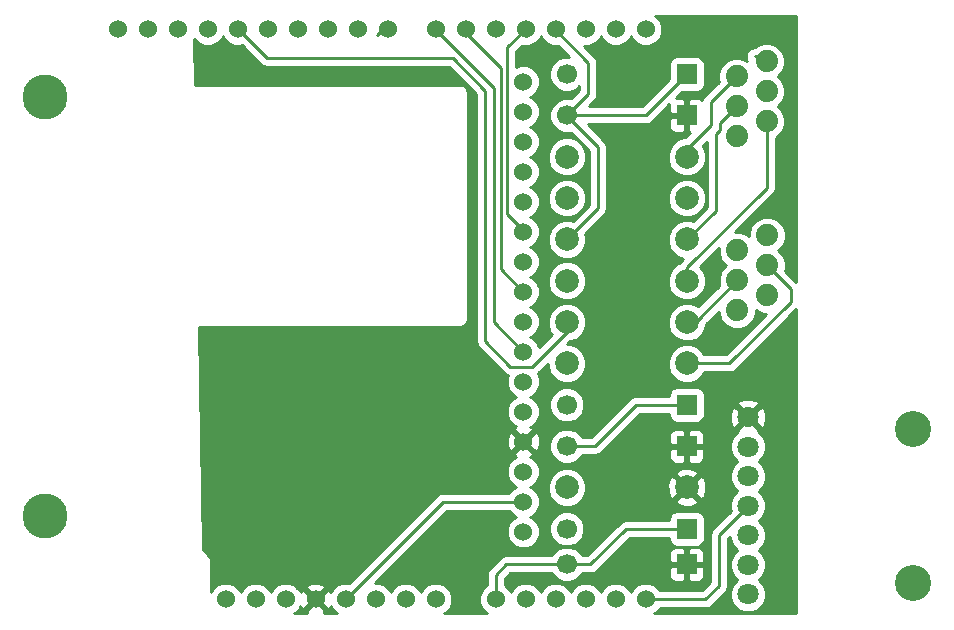
<source format=gbr>
G04 #@! TF.FileFunction,Copper,L1,Top,Signal*
%FSLAX46Y46*%
G04 Gerber Fmt 4.6, Leading zero omitted, Abs format (unit mm)*
G04 Created by KiCad (PCBNEW 4.0.2-stable) date Tuesday, December 06, 2016 'PMt' 03:41:46 PM*
%MOMM*%
G01*
G04 APERTURE LIST*
%ADD10C,0.100000*%
%ADD11C,1.699260*%
%ADD12R,1.699260X1.699260*%
%ADD13C,1.998980*%
%ADD14C,1.879600*%
%ADD15C,1.524000*%
%ADD16C,3.048000*%
%ADD17C,1.800000*%
%ADD18C,3.810000*%
%ADD19C,0.250000*%
%ADD20C,0.254000*%
G04 APERTURE END LIST*
D10*
D11*
X160839480Y-125502540D03*
D12*
X170999480Y-125502540D03*
D11*
X160839480Y-122502540D03*
D12*
X170999480Y-122502540D03*
D11*
X160839480Y-87502540D03*
D12*
X170999480Y-87502540D03*
D11*
X160839480Y-84002540D03*
D12*
X170999480Y-84002540D03*
D11*
X160839480Y-115502540D03*
D12*
X170999480Y-115502540D03*
D11*
X160839480Y-112002540D03*
D12*
X170999480Y-112002540D03*
D13*
X171000000Y-119000000D03*
X160840000Y-119000000D03*
X171000000Y-101500000D03*
X160840000Y-101500000D03*
X171000000Y-98000000D03*
X160840000Y-98000000D03*
X171000000Y-94500000D03*
X160840000Y-94500000D03*
X171000000Y-91000000D03*
X160840000Y-91000000D03*
X171000000Y-105000000D03*
X160840000Y-105000000D03*
X171000000Y-108500000D03*
X160840000Y-108500000D03*
D14*
X175260000Y-104013000D03*
X177800000Y-102743000D03*
X175260000Y-101473000D03*
X177800000Y-100203000D03*
X175260000Y-98933000D03*
X177800000Y-97663000D03*
D15*
X167501100Y-128463600D03*
X164961100Y-128463600D03*
X162421100Y-128463600D03*
X154801100Y-128463600D03*
X157341100Y-128463600D03*
X159881100Y-128463600D03*
X149721100Y-128463600D03*
X147181100Y-128463600D03*
X144641100Y-128463600D03*
X139561100Y-128463600D03*
X137021100Y-128463600D03*
X167501100Y-80203600D03*
X164961100Y-80203600D03*
X162421100Y-80203600D03*
X159881100Y-80203600D03*
X157341100Y-80203600D03*
X154801100Y-80203600D03*
X152261100Y-80203600D03*
X149721100Y-80203600D03*
X145657100Y-80203600D03*
X143117100Y-80203600D03*
X140577100Y-80203600D03*
X138037100Y-80203600D03*
X135497100Y-80203600D03*
X132957100Y-80203600D03*
X130417100Y-80203600D03*
X127877100Y-80203600D03*
X142101100Y-128463600D03*
X125337100Y-80203600D03*
X122797100Y-80203600D03*
X134481100Y-128463600D03*
X131941100Y-128463600D03*
D16*
X190184800Y-127048400D03*
D17*
X176184800Y-120548400D03*
X176184800Y-118048400D03*
X176184800Y-115548400D03*
X176184800Y-113048400D03*
X176184800Y-123048400D03*
X176184800Y-125548400D03*
X176184800Y-128048400D03*
D16*
X190184800Y-114048400D03*
D18*
X116674800Y-85932800D03*
D15*
X157149800Y-122732800D03*
X157149800Y-120192800D03*
X157149800Y-117652800D03*
X157149800Y-115112800D03*
X157149800Y-112572800D03*
X157149800Y-110032800D03*
X157149800Y-107492800D03*
X157149800Y-104952800D03*
X157149800Y-102412800D03*
X157149800Y-99872800D03*
X157149800Y-97332800D03*
X157149800Y-94792800D03*
X157149800Y-92252800D03*
X157149800Y-89712800D03*
X157149800Y-87172800D03*
X157149800Y-84632800D03*
D18*
X116674800Y-121432800D03*
D14*
X175209200Y-89281000D03*
X177749200Y-88011000D03*
X175209200Y-86741000D03*
X177749200Y-85471000D03*
X175209200Y-84201000D03*
X177749200Y-82931000D03*
D19*
X160840000Y-101500000D02*
X160840000Y-101505600D01*
X154801100Y-128463600D02*
X154801100Y-126427700D01*
X155726260Y-125502540D02*
X160839480Y-125502540D01*
X154801100Y-126427700D02*
X155726260Y-125502540D01*
X170999480Y-122502540D02*
X165838260Y-122502540D01*
X162838260Y-125502540D02*
X160839480Y-125502540D01*
X165838260Y-122502540D02*
X162838260Y-125502540D01*
X160839480Y-87502540D02*
X160839480Y-87535080D01*
X160839480Y-87535080D02*
X163474400Y-90170000D01*
X163474400Y-95365600D02*
X160840000Y-98000000D01*
X163474400Y-90170000D02*
X163474400Y-95365600D01*
X159881100Y-80203600D02*
X159881100Y-80277500D01*
X159881100Y-80277500D02*
X162661600Y-83058000D01*
X162661600Y-83058000D02*
X162661600Y-85680420D01*
X162661600Y-85680420D02*
X160839480Y-87502540D01*
X160839480Y-87502540D02*
X167499480Y-87502540D01*
X167499480Y-87502540D02*
X170999480Y-84002540D01*
X132957100Y-80203600D02*
X133035600Y-80203600D01*
X133035600Y-80203600D02*
X135483600Y-82651600D01*
X135483600Y-82651600D02*
X151180800Y-82651600D01*
X151180800Y-82651600D02*
X153924000Y-85394800D01*
X153924000Y-85394800D02*
X153924000Y-106629200D01*
X153924000Y-106629200D02*
X156057600Y-108762800D01*
X156057600Y-108762800D02*
X157886400Y-108762800D01*
X157886400Y-108762800D02*
X160840000Y-105809200D01*
X160840000Y-105809200D02*
X160840000Y-105000000D01*
X160839480Y-115502540D02*
X163186260Y-115502540D01*
X163186260Y-115502540D02*
X166686260Y-112002540D01*
X166686260Y-112002540D02*
X170999480Y-112002540D01*
X160840000Y-105860000D02*
X160840000Y-105000000D01*
X171000000Y-101500000D02*
X171000000Y-100373600D01*
X177749200Y-93624400D02*
X177749200Y-88011000D01*
X171000000Y-100373600D02*
X177749200Y-93624400D01*
X171000000Y-98000000D02*
X171000000Y-97986000D01*
X171000000Y-97986000D02*
X173431200Y-95554800D01*
X173431200Y-95554800D02*
X173431200Y-89103200D01*
X173431200Y-89103200D02*
X173837600Y-88696800D01*
X173837600Y-88696800D02*
X173837600Y-88112600D01*
X173837600Y-88112600D02*
X175209200Y-86741000D01*
X171000000Y-91000000D02*
X171000000Y-90315200D01*
X171000000Y-90315200D02*
X173024800Y-88290400D01*
X173024800Y-88290400D02*
X173024800Y-86385400D01*
X173024800Y-86385400D02*
X175209200Y-84201000D01*
X171000000Y-105000000D02*
X171733000Y-105000000D01*
X171733000Y-105000000D02*
X175260000Y-101473000D01*
X171000000Y-108500000D02*
X174608400Y-108500000D01*
X179832000Y-102235000D02*
X177800000Y-100203000D01*
X179832000Y-103276400D02*
X179832000Y-102235000D01*
X174608400Y-108500000D02*
X179832000Y-103276400D01*
X167501100Y-128463600D02*
X172577200Y-128463600D01*
X173736000Y-122997200D02*
X176184800Y-120548400D01*
X173736000Y-127304800D02*
X173736000Y-122997200D01*
X172577200Y-128463600D02*
X173736000Y-127304800D01*
X157149800Y-97332800D02*
X157149800Y-97205800D01*
X157149800Y-97205800D02*
X155803600Y-95859600D01*
X155803600Y-81741100D02*
X157341100Y-80203600D01*
X155803600Y-95859600D02*
X155803600Y-81741100D01*
X157149800Y-97332800D02*
X156768800Y-97332800D01*
X157480000Y-80695800D02*
X157480000Y-80772000D01*
X152261100Y-80203600D02*
X152261100Y-80480700D01*
X152261100Y-80480700D02*
X155244800Y-83464400D01*
X155244800Y-83464400D02*
X155244800Y-100507800D01*
X155244800Y-100507800D02*
X157149800Y-102412800D01*
X157149800Y-102412800D02*
X156413200Y-102412800D01*
X149721100Y-80203600D02*
X149721100Y-80226700D01*
X149721100Y-80226700D02*
X154635200Y-85140800D01*
X154635200Y-85140800D02*
X154635200Y-104978200D01*
X154635200Y-104978200D02*
X157149800Y-107492800D01*
X144780000Y-80695800D02*
X144780000Y-80670400D01*
X144780000Y-80670400D02*
X145846800Y-79603600D01*
X150371900Y-120192800D02*
X142101100Y-128463600D01*
X157149800Y-120192800D02*
X150371900Y-120192800D01*
X176733200Y-82473800D02*
X177317400Y-82473800D01*
D20*
G36*
X180263800Y-101591998D02*
X179320216Y-100648414D01*
X179374526Y-100517621D01*
X179375073Y-99891127D01*
X179135829Y-99312113D01*
X178757104Y-98932727D01*
X179134272Y-98556217D01*
X179374526Y-97977621D01*
X179375073Y-97351127D01*
X179135829Y-96772113D01*
X178693217Y-96328728D01*
X178114621Y-96088474D01*
X177488127Y-96087927D01*
X176909113Y-96327171D01*
X176465728Y-96769783D01*
X176225474Y-97348379D01*
X176225192Y-97670829D01*
X176153217Y-97598728D01*
X175574621Y-97358474D01*
X175090351Y-97358051D01*
X178286601Y-94161801D01*
X178451348Y-93915240D01*
X178509200Y-93624400D01*
X178509200Y-89400910D01*
X178640087Y-89346829D01*
X179083472Y-88904217D01*
X179323726Y-88325621D01*
X179324273Y-87699127D01*
X179085029Y-87120113D01*
X178706304Y-86740727D01*
X179083472Y-86364217D01*
X179323726Y-85785621D01*
X179324273Y-85159127D01*
X179085029Y-84580113D01*
X178706304Y-84200727D01*
X179083472Y-83824217D01*
X179323726Y-83245621D01*
X179324273Y-82619127D01*
X179085029Y-82040113D01*
X178642417Y-81596728D01*
X178063821Y-81356474D01*
X177437327Y-81355927D01*
X176858313Y-81595171D01*
X176739477Y-81713800D01*
X176733200Y-81713800D01*
X176442361Y-81771652D01*
X176195799Y-81936399D01*
X176031052Y-82182961D01*
X175973200Y-82473800D01*
X176031052Y-82764639D01*
X176098055Y-82864917D01*
X175523821Y-82626474D01*
X174897327Y-82625927D01*
X174318313Y-82865171D01*
X173874928Y-83307783D01*
X173634674Y-83886379D01*
X173634127Y-84512873D01*
X173689211Y-84646187D01*
X172487399Y-85847999D01*
X172322652Y-86094561D01*
X172300442Y-86206217D01*
X172208808Y-86114583D01*
X171975419Y-86017910D01*
X171285230Y-86017910D01*
X171126480Y-86176660D01*
X171126480Y-87375540D01*
X171146480Y-87375540D01*
X171146480Y-87629540D01*
X171126480Y-87629540D01*
X171126480Y-88828420D01*
X171269229Y-88971169D01*
X170874998Y-89365400D01*
X170676306Y-89365226D01*
X170075345Y-89613538D01*
X169615154Y-90072927D01*
X169365794Y-90673453D01*
X169365226Y-91323694D01*
X169613538Y-91924655D01*
X170072927Y-92384846D01*
X170673453Y-92634206D01*
X171323694Y-92634774D01*
X171924655Y-92386462D01*
X172384846Y-91927073D01*
X172634206Y-91326547D01*
X172634774Y-90676306D01*
X172386462Y-90075345D01*
X172350591Y-90039411D01*
X172671200Y-89718802D01*
X172671200Y-95239998D01*
X171481190Y-96430008D01*
X171326547Y-96365794D01*
X170676306Y-96365226D01*
X170075345Y-96613538D01*
X169615154Y-97072927D01*
X169365794Y-97673453D01*
X169365226Y-98323694D01*
X169613538Y-98924655D01*
X170072927Y-99384846D01*
X170667192Y-99631606D01*
X170462599Y-99836199D01*
X170354304Y-99998275D01*
X170075345Y-100113538D01*
X169615154Y-100572927D01*
X169365794Y-101173453D01*
X169365226Y-101823694D01*
X169613538Y-102424655D01*
X170072927Y-102884846D01*
X170673453Y-103134206D01*
X171323694Y-103134774D01*
X171924655Y-102886462D01*
X172384846Y-102427073D01*
X172634206Y-101826547D01*
X172634774Y-101176306D01*
X172386462Y-100575345D01*
X172129983Y-100318419D01*
X173685348Y-98763054D01*
X173684927Y-99244873D01*
X173924171Y-99823887D01*
X174302896Y-100203273D01*
X173925728Y-100579783D01*
X173685474Y-101158379D01*
X173684927Y-101784873D01*
X173740011Y-101918187D01*
X171985008Y-103673190D01*
X171927073Y-103615154D01*
X171326547Y-103365794D01*
X170676306Y-103365226D01*
X170075345Y-103613538D01*
X169615154Y-104072927D01*
X169365794Y-104673453D01*
X169365226Y-105323694D01*
X169613538Y-105924655D01*
X170072927Y-106384846D01*
X170673453Y-106634206D01*
X171323694Y-106634774D01*
X171924655Y-106386462D01*
X172384846Y-105927073D01*
X172634206Y-105326547D01*
X172634340Y-105173462D01*
X173685104Y-104122698D01*
X173684927Y-104324873D01*
X173924171Y-104903887D01*
X174366783Y-105347272D01*
X174945379Y-105587526D01*
X175571873Y-105588073D01*
X176150887Y-105348829D01*
X176594272Y-104906217D01*
X176834526Y-104327621D01*
X176834808Y-104005171D01*
X176906783Y-104077272D01*
X177485379Y-104317526D01*
X177715871Y-104317727D01*
X174293598Y-107740000D01*
X172454496Y-107740000D01*
X172386462Y-107575345D01*
X171927073Y-107115154D01*
X171326547Y-106865794D01*
X170676306Y-106865226D01*
X170075345Y-107113538D01*
X169615154Y-107572927D01*
X169365794Y-108173453D01*
X169365226Y-108823694D01*
X169613538Y-109424655D01*
X170072927Y-109884846D01*
X170673453Y-110134206D01*
X171323694Y-110134774D01*
X171924655Y-109886462D01*
X172384846Y-109427073D01*
X172454221Y-109260000D01*
X174608400Y-109260000D01*
X174899239Y-109202148D01*
X175145801Y-109037401D01*
X180263800Y-103919402D01*
X180263800Y-129667800D01*
X168244960Y-129667800D01*
X168291403Y-129648610D01*
X168684729Y-129255970D01*
X168698170Y-129223600D01*
X172577200Y-129223600D01*
X172868039Y-129165748D01*
X173114601Y-129001001D01*
X174273401Y-127842201D01*
X174438148Y-127595639D01*
X174496000Y-127304800D01*
X174496000Y-123312002D01*
X174649704Y-123158298D01*
X174649535Y-123352391D01*
X174882732Y-123916771D01*
X175263982Y-124298688D01*
X174884249Y-124677757D01*
X174650067Y-125241730D01*
X174649535Y-125852391D01*
X174882732Y-126416771D01*
X175263982Y-126798688D01*
X174884249Y-127177757D01*
X174650067Y-127741730D01*
X174649535Y-128352391D01*
X174882732Y-128916771D01*
X175314157Y-129348951D01*
X175878130Y-129583133D01*
X176488791Y-129583665D01*
X177053171Y-129350468D01*
X177485351Y-128919043D01*
X177719533Y-128355070D01*
X177720065Y-127744409D01*
X177486868Y-127180029D01*
X177105618Y-126798112D01*
X177485351Y-126419043D01*
X177719533Y-125855070D01*
X177720065Y-125244409D01*
X177486868Y-124680029D01*
X177105618Y-124298112D01*
X177485351Y-123919043D01*
X177719533Y-123355070D01*
X177720065Y-122744409D01*
X177486868Y-122180029D01*
X177105618Y-121798112D01*
X177485351Y-121419043D01*
X177719533Y-120855070D01*
X177720065Y-120244409D01*
X177486868Y-119680029D01*
X177105618Y-119298112D01*
X177485351Y-118919043D01*
X177719533Y-118355070D01*
X177720065Y-117744409D01*
X177486868Y-117180029D01*
X177105618Y-116798112D01*
X177485351Y-116419043D01*
X177719533Y-115855070D01*
X177720065Y-115244409D01*
X177486868Y-114680029D01*
X177055443Y-114247849D01*
X177046428Y-114244106D01*
X177085354Y-114128559D01*
X176184800Y-113228005D01*
X175284246Y-114128559D01*
X175323007Y-114243614D01*
X175316429Y-114246332D01*
X174884249Y-114677757D01*
X174650067Y-115241730D01*
X174649535Y-115852391D01*
X174882732Y-116416771D01*
X175263982Y-116798688D01*
X174884249Y-117177757D01*
X174650067Y-117741730D01*
X174649535Y-118352391D01*
X174882732Y-118916771D01*
X175263982Y-119298688D01*
X174884249Y-119677757D01*
X174650067Y-120241730D01*
X174649535Y-120852391D01*
X174695285Y-120963113D01*
X173198599Y-122459799D01*
X173033852Y-122706361D01*
X172976000Y-122997200D01*
X172976000Y-126989998D01*
X172262398Y-127703600D01*
X168698631Y-127703600D01*
X168686110Y-127673297D01*
X168293470Y-127279971D01*
X167780200Y-127066843D01*
X167224439Y-127066358D01*
X166710797Y-127278590D01*
X166317471Y-127671230D01*
X166231151Y-127879112D01*
X166146110Y-127673297D01*
X165753470Y-127279971D01*
X165240200Y-127066843D01*
X164684439Y-127066358D01*
X164170797Y-127278590D01*
X163777471Y-127671230D01*
X163691151Y-127879112D01*
X163606110Y-127673297D01*
X163213470Y-127279971D01*
X162700200Y-127066843D01*
X162144439Y-127066358D01*
X161630797Y-127278590D01*
X161237471Y-127671230D01*
X161151151Y-127879112D01*
X161066110Y-127673297D01*
X160673470Y-127279971D01*
X160160200Y-127066843D01*
X159604439Y-127066358D01*
X159090797Y-127278590D01*
X158697471Y-127671230D01*
X158611151Y-127879112D01*
X158526110Y-127673297D01*
X158133470Y-127279971D01*
X157620200Y-127066843D01*
X157064439Y-127066358D01*
X156550797Y-127278590D01*
X156157471Y-127671230D01*
X156071151Y-127879112D01*
X155986110Y-127673297D01*
X155593470Y-127279971D01*
X155561100Y-127266530D01*
X155561100Y-126742502D01*
X156041062Y-126262540D01*
X159547133Y-126262540D01*
X159580138Y-126342417D01*
X159997406Y-126760414D01*
X160542873Y-126986912D01*
X161133496Y-126987428D01*
X161679357Y-126761882D01*
X162097354Y-126344614D01*
X162131434Y-126262540D01*
X162838260Y-126262540D01*
X163129099Y-126204688D01*
X163375661Y-126039941D01*
X163627312Y-125788290D01*
X169514850Y-125788290D01*
X169514850Y-126478480D01*
X169611523Y-126711869D01*
X169790152Y-126890497D01*
X170023541Y-126987170D01*
X170713730Y-126987170D01*
X170872480Y-126828420D01*
X170872480Y-125629540D01*
X171126480Y-125629540D01*
X171126480Y-126828420D01*
X171285230Y-126987170D01*
X171975419Y-126987170D01*
X172208808Y-126890497D01*
X172387437Y-126711869D01*
X172484110Y-126478480D01*
X172484110Y-125788290D01*
X172325360Y-125629540D01*
X171126480Y-125629540D01*
X170872480Y-125629540D01*
X169673600Y-125629540D01*
X169514850Y-125788290D01*
X163627312Y-125788290D01*
X164889002Y-124526600D01*
X169514850Y-124526600D01*
X169514850Y-125216790D01*
X169673600Y-125375540D01*
X170872480Y-125375540D01*
X170872480Y-124176660D01*
X171126480Y-124176660D01*
X171126480Y-125375540D01*
X172325360Y-125375540D01*
X172484110Y-125216790D01*
X172484110Y-124526600D01*
X172387437Y-124293211D01*
X172208808Y-124114583D01*
X171975419Y-124017910D01*
X171285230Y-124017910D01*
X171126480Y-124176660D01*
X170872480Y-124176660D01*
X170713730Y-124017910D01*
X170023541Y-124017910D01*
X169790152Y-124114583D01*
X169611523Y-124293211D01*
X169514850Y-124526600D01*
X164889002Y-124526600D01*
X166153062Y-123262540D01*
X169502410Y-123262540D01*
X169502410Y-123352170D01*
X169546688Y-123587487D01*
X169685760Y-123803611D01*
X169897960Y-123948601D01*
X170149850Y-123999610D01*
X171849110Y-123999610D01*
X172084427Y-123955332D01*
X172300551Y-123816260D01*
X172445541Y-123604060D01*
X172496550Y-123352170D01*
X172496550Y-121652910D01*
X172452272Y-121417593D01*
X172313200Y-121201469D01*
X172101000Y-121056479D01*
X171849110Y-121005470D01*
X170149850Y-121005470D01*
X169914533Y-121049748D01*
X169698409Y-121188820D01*
X169553419Y-121401020D01*
X169502410Y-121652910D01*
X169502410Y-121742540D01*
X165838260Y-121742540D01*
X165547421Y-121800392D01*
X165300859Y-121965139D01*
X162523458Y-124742540D01*
X162131827Y-124742540D01*
X162098822Y-124662663D01*
X161681554Y-124244666D01*
X161136087Y-124018168D01*
X160545464Y-124017652D01*
X159999603Y-124243198D01*
X159581606Y-124660466D01*
X159547526Y-124742540D01*
X155726260Y-124742540D01*
X155435421Y-124800392D01*
X155188859Y-124965139D01*
X154263699Y-125890299D01*
X154098952Y-126136861D01*
X154041100Y-126427700D01*
X154041100Y-127266069D01*
X154010797Y-127278590D01*
X153617471Y-127671230D01*
X153404343Y-128184500D01*
X153403858Y-128740261D01*
X153616090Y-129253903D01*
X154008730Y-129647229D01*
X154058271Y-129667800D01*
X150464960Y-129667800D01*
X150511403Y-129648610D01*
X150904729Y-129255970D01*
X151117857Y-128742700D01*
X151118342Y-128186939D01*
X150906110Y-127673297D01*
X150513470Y-127279971D01*
X150000200Y-127066843D01*
X149444439Y-127066358D01*
X148930797Y-127278590D01*
X148537471Y-127671230D01*
X148451151Y-127879112D01*
X148366110Y-127673297D01*
X147973470Y-127279971D01*
X147460200Y-127066843D01*
X146904439Y-127066358D01*
X146390797Y-127278590D01*
X145997471Y-127671230D01*
X145911151Y-127879112D01*
X145826110Y-127673297D01*
X145433470Y-127279971D01*
X144920200Y-127066843D01*
X144572962Y-127066540D01*
X150686702Y-120952800D01*
X155952269Y-120952800D01*
X155964790Y-120983103D01*
X156357430Y-121376429D01*
X156565312Y-121462749D01*
X156359497Y-121547790D01*
X155966171Y-121940430D01*
X155753043Y-122453700D01*
X155752558Y-123009461D01*
X155964790Y-123523103D01*
X156357430Y-123916429D01*
X156870700Y-124129557D01*
X157426461Y-124130042D01*
X157940103Y-123917810D01*
X158333429Y-123525170D01*
X158546557Y-123011900D01*
X158546744Y-122796556D01*
X159354592Y-122796556D01*
X159580138Y-123342417D01*
X159997406Y-123760414D01*
X160542873Y-123986912D01*
X161133496Y-123987428D01*
X161679357Y-123761882D01*
X162097354Y-123344614D01*
X162323852Y-122799147D01*
X162324368Y-122208524D01*
X162098822Y-121662663D01*
X161681554Y-121244666D01*
X161136087Y-121018168D01*
X160545464Y-121017652D01*
X159999603Y-121243198D01*
X159581606Y-121660466D01*
X159355108Y-122205933D01*
X159354592Y-122796556D01*
X158546744Y-122796556D01*
X158547042Y-122456139D01*
X158334810Y-121942497D01*
X157942170Y-121549171D01*
X157734288Y-121462851D01*
X157940103Y-121377810D01*
X158333429Y-120985170D01*
X158546557Y-120471900D01*
X158547042Y-119916139D01*
X158334810Y-119402497D01*
X158256145Y-119323694D01*
X159205226Y-119323694D01*
X159453538Y-119924655D01*
X159912927Y-120384846D01*
X160513453Y-120634206D01*
X161163694Y-120634774D01*
X161764655Y-120386462D01*
X161999363Y-120152163D01*
X170027443Y-120152163D01*
X170126042Y-120418965D01*
X170735582Y-120645401D01*
X171385377Y-120621341D01*
X171873958Y-120418965D01*
X171972557Y-120152163D01*
X171000000Y-119179605D01*
X170027443Y-120152163D01*
X161999363Y-120152163D01*
X162224846Y-119927073D01*
X162474206Y-119326547D01*
X162474722Y-118735582D01*
X169354599Y-118735582D01*
X169378659Y-119385377D01*
X169581035Y-119873958D01*
X169847837Y-119972557D01*
X170820395Y-119000000D01*
X171179605Y-119000000D01*
X172152163Y-119972557D01*
X172418965Y-119873958D01*
X172645401Y-119264418D01*
X172621341Y-118614623D01*
X172418965Y-118126042D01*
X172152163Y-118027443D01*
X171179605Y-119000000D01*
X170820395Y-119000000D01*
X169847837Y-118027443D01*
X169581035Y-118126042D01*
X169354599Y-118735582D01*
X162474722Y-118735582D01*
X162474774Y-118676306D01*
X162226462Y-118075345D01*
X161999351Y-117847837D01*
X170027443Y-117847837D01*
X171000000Y-118820395D01*
X171972557Y-117847837D01*
X171873958Y-117581035D01*
X171264418Y-117354599D01*
X170614623Y-117378659D01*
X170126042Y-117581035D01*
X170027443Y-117847837D01*
X161999351Y-117847837D01*
X161767073Y-117615154D01*
X161166547Y-117365794D01*
X160516306Y-117365226D01*
X159915345Y-117613538D01*
X159455154Y-118072927D01*
X159205794Y-118673453D01*
X159205226Y-119323694D01*
X158256145Y-119323694D01*
X157942170Y-119009171D01*
X157734288Y-118922851D01*
X157940103Y-118837810D01*
X158333429Y-118445170D01*
X158546557Y-117931900D01*
X158547042Y-117376139D01*
X158334810Y-116862497D01*
X157942170Y-116469171D01*
X157750073Y-116389405D01*
X157880943Y-116335197D01*
X157950408Y-116093013D01*
X157149800Y-115292405D01*
X156349192Y-116093013D01*
X156418657Y-116335197D01*
X156559118Y-116385309D01*
X156359497Y-116467790D01*
X155966171Y-116860430D01*
X155753043Y-117373700D01*
X155752558Y-117929461D01*
X155964790Y-118443103D01*
X156357430Y-118836429D01*
X156565312Y-118922749D01*
X156359497Y-119007790D01*
X155966171Y-119400430D01*
X155952730Y-119432800D01*
X150371900Y-119432800D01*
X150081061Y-119490652D01*
X149834499Y-119655399D01*
X142410481Y-127079417D01*
X142380200Y-127066843D01*
X141824439Y-127066358D01*
X141310797Y-127278590D01*
X140917471Y-127671230D01*
X140837705Y-127863327D01*
X140783497Y-127732457D01*
X140541313Y-127662992D01*
X139740705Y-128463600D01*
X140541313Y-129264208D01*
X140783497Y-129194743D01*
X140833609Y-129054282D01*
X140916090Y-129253903D01*
X141308730Y-129647229D01*
X141358271Y-129667800D01*
X140297462Y-129667800D01*
X140361708Y-129443813D01*
X139561100Y-128643205D01*
X138760492Y-129443813D01*
X138824738Y-129667800D01*
X137764960Y-129667800D01*
X137811403Y-129648610D01*
X138204729Y-129255970D01*
X138284495Y-129063873D01*
X138338703Y-129194743D01*
X138580887Y-129264208D01*
X139381495Y-128463600D01*
X138580887Y-127662992D01*
X138338703Y-127732457D01*
X138288591Y-127872918D01*
X138206110Y-127673297D01*
X138016532Y-127483387D01*
X138760492Y-127483387D01*
X139561100Y-128283995D01*
X140361708Y-127483387D01*
X140292243Y-127241203D01*
X139768798Y-127054456D01*
X139213732Y-127082238D01*
X138829957Y-127241203D01*
X138760492Y-127483387D01*
X138016532Y-127483387D01*
X137813470Y-127279971D01*
X137300200Y-127066843D01*
X136744439Y-127066358D01*
X136230797Y-127278590D01*
X135837471Y-127671230D01*
X135751151Y-127879112D01*
X135666110Y-127673297D01*
X135273470Y-127279971D01*
X134760200Y-127066843D01*
X134204439Y-127066358D01*
X133690797Y-127278590D01*
X133297471Y-127671230D01*
X133211151Y-127879112D01*
X133126110Y-127673297D01*
X132733470Y-127279971D01*
X132220200Y-127066843D01*
X131664439Y-127066358D01*
X131150797Y-127278590D01*
X130757471Y-127671230D01*
X130682200Y-127852503D01*
X130682200Y-125171200D01*
X130630057Y-124909062D01*
X130481568Y-124686832D01*
X130035527Y-124240791D01*
X129877767Y-114905102D01*
X155740656Y-114905102D01*
X155768438Y-115460168D01*
X155927403Y-115843943D01*
X156169587Y-115913408D01*
X156970195Y-115112800D01*
X157329405Y-115112800D01*
X158130013Y-115913408D01*
X158372197Y-115843943D01*
X158389103Y-115796556D01*
X159354592Y-115796556D01*
X159580138Y-116342417D01*
X159997406Y-116760414D01*
X160542873Y-116986912D01*
X161133496Y-116987428D01*
X161679357Y-116761882D01*
X162097354Y-116344614D01*
X162131434Y-116262540D01*
X163186260Y-116262540D01*
X163477099Y-116204688D01*
X163723661Y-116039941D01*
X163975312Y-115788290D01*
X169514850Y-115788290D01*
X169514850Y-116478480D01*
X169611523Y-116711869D01*
X169790152Y-116890497D01*
X170023541Y-116987170D01*
X170713730Y-116987170D01*
X170872480Y-116828420D01*
X170872480Y-115629540D01*
X171126480Y-115629540D01*
X171126480Y-116828420D01*
X171285230Y-116987170D01*
X171975419Y-116987170D01*
X172208808Y-116890497D01*
X172387437Y-116711869D01*
X172484110Y-116478480D01*
X172484110Y-115788290D01*
X172325360Y-115629540D01*
X171126480Y-115629540D01*
X170872480Y-115629540D01*
X169673600Y-115629540D01*
X169514850Y-115788290D01*
X163975312Y-115788290D01*
X165237002Y-114526600D01*
X169514850Y-114526600D01*
X169514850Y-115216790D01*
X169673600Y-115375540D01*
X170872480Y-115375540D01*
X170872480Y-114176660D01*
X171126480Y-114176660D01*
X171126480Y-115375540D01*
X172325360Y-115375540D01*
X172484110Y-115216790D01*
X172484110Y-114526600D01*
X172387437Y-114293211D01*
X172208808Y-114114583D01*
X171975419Y-114017910D01*
X171285230Y-114017910D01*
X171126480Y-114176660D01*
X170872480Y-114176660D01*
X170713730Y-114017910D01*
X170023541Y-114017910D01*
X169790152Y-114114583D01*
X169611523Y-114293211D01*
X169514850Y-114526600D01*
X165237002Y-114526600D01*
X167001062Y-112762540D01*
X169502410Y-112762540D01*
X169502410Y-112852170D01*
X169546688Y-113087487D01*
X169685760Y-113303611D01*
X169897960Y-113448601D01*
X170149850Y-113499610D01*
X171849110Y-113499610D01*
X172084427Y-113455332D01*
X172300551Y-113316260D01*
X172445541Y-113104060D01*
X172496550Y-112852170D01*
X172496550Y-112807736D01*
X174638342Y-112807736D01*
X174663961Y-113417860D01*
X174848157Y-113862548D01*
X175104641Y-113948954D01*
X176005195Y-113048400D01*
X176364405Y-113048400D01*
X177264959Y-113948954D01*
X177521443Y-113862548D01*
X177731258Y-113289064D01*
X177705639Y-112678940D01*
X177521443Y-112234252D01*
X177264959Y-112147846D01*
X176364405Y-113048400D01*
X176005195Y-113048400D01*
X175104641Y-112147846D01*
X174848157Y-112234252D01*
X174638342Y-112807736D01*
X172496550Y-112807736D01*
X172496550Y-111968241D01*
X175284246Y-111968241D01*
X176184800Y-112868795D01*
X177085354Y-111968241D01*
X176998948Y-111711757D01*
X176425464Y-111501942D01*
X175815340Y-111527561D01*
X175370652Y-111711757D01*
X175284246Y-111968241D01*
X172496550Y-111968241D01*
X172496550Y-111152910D01*
X172452272Y-110917593D01*
X172313200Y-110701469D01*
X172101000Y-110556479D01*
X171849110Y-110505470D01*
X170149850Y-110505470D01*
X169914533Y-110549748D01*
X169698409Y-110688820D01*
X169553419Y-110901020D01*
X169502410Y-111152910D01*
X169502410Y-111242540D01*
X166686260Y-111242540D01*
X166443674Y-111290794D01*
X166395420Y-111300392D01*
X166148859Y-111465139D01*
X162871458Y-114742540D01*
X162131827Y-114742540D01*
X162098822Y-114662663D01*
X161681554Y-114244666D01*
X161136087Y-114018168D01*
X160545464Y-114017652D01*
X159999603Y-114243198D01*
X159581606Y-114660466D01*
X159355108Y-115205933D01*
X159354592Y-115796556D01*
X158389103Y-115796556D01*
X158558944Y-115320498D01*
X158531162Y-114765432D01*
X158372197Y-114381657D01*
X158130013Y-114312192D01*
X157329405Y-115112800D01*
X156970195Y-115112800D01*
X156169587Y-114312192D01*
X155927403Y-114381657D01*
X155740656Y-114905102D01*
X129877767Y-114905102D01*
X129716870Y-105383800D01*
X151790400Y-105383800D01*
X152052538Y-105331657D01*
X152274768Y-105183168D01*
X152423257Y-104960938D01*
X152475400Y-104698800D01*
X152475400Y-85598000D01*
X152423257Y-85335862D01*
X152274768Y-85113632D01*
X152052538Y-84965143D01*
X151790400Y-84913000D01*
X129370942Y-84913000D01*
X129305965Y-81067907D01*
X129624730Y-81387229D01*
X130138000Y-81600357D01*
X130693761Y-81600842D01*
X131207403Y-81388610D01*
X131600729Y-80995970D01*
X131687049Y-80788088D01*
X131772090Y-80993903D01*
X132164730Y-81387229D01*
X132678000Y-81600357D01*
X133233761Y-81600842D01*
X133321703Y-81564505D01*
X134946199Y-83189001D01*
X135192761Y-83353748D01*
X135483600Y-83411600D01*
X150865998Y-83411600D01*
X153164000Y-85709602D01*
X153164000Y-106629200D01*
X153221852Y-106920039D01*
X153386599Y-107166601D01*
X155520199Y-109300201D01*
X155766761Y-109464948D01*
X155864842Y-109484458D01*
X155753043Y-109753700D01*
X155752558Y-110309461D01*
X155964790Y-110823103D01*
X156357430Y-111216429D01*
X156565312Y-111302749D01*
X156359497Y-111387790D01*
X155966171Y-111780430D01*
X155753043Y-112293700D01*
X155752558Y-112849461D01*
X155964790Y-113363103D01*
X156357430Y-113756429D01*
X156549527Y-113836195D01*
X156418657Y-113890403D01*
X156349192Y-114132587D01*
X157149800Y-114933195D01*
X157950408Y-114132587D01*
X157880943Y-113890403D01*
X157740482Y-113840291D01*
X157940103Y-113757810D01*
X158333429Y-113365170D01*
X158546557Y-112851900D01*
X158547041Y-112296556D01*
X159354592Y-112296556D01*
X159580138Y-112842417D01*
X159997406Y-113260414D01*
X160542873Y-113486912D01*
X161133496Y-113487428D01*
X161679357Y-113261882D01*
X162097354Y-112844614D01*
X162323852Y-112299147D01*
X162324368Y-111708524D01*
X162098822Y-111162663D01*
X161681554Y-110744666D01*
X161136087Y-110518168D01*
X160545464Y-110517652D01*
X159999603Y-110743198D01*
X159581606Y-111160466D01*
X159355108Y-111705933D01*
X159354592Y-112296556D01*
X158547041Y-112296556D01*
X158547042Y-112296139D01*
X158334810Y-111782497D01*
X157942170Y-111389171D01*
X157734288Y-111302851D01*
X157940103Y-111217810D01*
X158333429Y-110825170D01*
X158546557Y-110311900D01*
X158547042Y-109756139D01*
X158372748Y-109334314D01*
X158423801Y-109300201D01*
X159205493Y-108518509D01*
X159205226Y-108823694D01*
X159453538Y-109424655D01*
X159912927Y-109884846D01*
X160513453Y-110134206D01*
X161163694Y-110134774D01*
X161764655Y-109886462D01*
X162224846Y-109427073D01*
X162474206Y-108826547D01*
X162474774Y-108176306D01*
X162226462Y-107575345D01*
X161767073Y-107115154D01*
X161166547Y-106865794D01*
X160858477Y-106865525D01*
X161089293Y-106634709D01*
X161163694Y-106634774D01*
X161764655Y-106386462D01*
X162224846Y-105927073D01*
X162474206Y-105326547D01*
X162474774Y-104676306D01*
X162226462Y-104075345D01*
X161767073Y-103615154D01*
X161166547Y-103365794D01*
X160516306Y-103365226D01*
X159915345Y-103613538D01*
X159455154Y-104072927D01*
X159205794Y-104673453D01*
X159205226Y-105323694D01*
X159453538Y-105924655D01*
X159551555Y-106022843D01*
X158491845Y-107082553D01*
X158334810Y-106702497D01*
X157942170Y-106309171D01*
X157734288Y-106222851D01*
X157940103Y-106137810D01*
X158333429Y-105745170D01*
X158546557Y-105231900D01*
X158547042Y-104676139D01*
X158334810Y-104162497D01*
X157942170Y-103769171D01*
X157734288Y-103682851D01*
X157940103Y-103597810D01*
X158333429Y-103205170D01*
X158546557Y-102691900D01*
X158547042Y-102136139D01*
X158417943Y-101823694D01*
X159205226Y-101823694D01*
X159453538Y-102424655D01*
X159912927Y-102884846D01*
X160513453Y-103134206D01*
X161163694Y-103134774D01*
X161764655Y-102886462D01*
X162224846Y-102427073D01*
X162474206Y-101826547D01*
X162474774Y-101176306D01*
X162226462Y-100575345D01*
X161767073Y-100115154D01*
X161166547Y-99865794D01*
X160516306Y-99865226D01*
X159915345Y-100113538D01*
X159455154Y-100572927D01*
X159205794Y-101173453D01*
X159205226Y-101823694D01*
X158417943Y-101823694D01*
X158334810Y-101622497D01*
X157942170Y-101229171D01*
X157734288Y-101142851D01*
X157940103Y-101057810D01*
X158333429Y-100665170D01*
X158546557Y-100151900D01*
X158547042Y-99596139D01*
X158334810Y-99082497D01*
X157942170Y-98689171D01*
X157734288Y-98602851D01*
X157940103Y-98517810D01*
X158333429Y-98125170D01*
X158546557Y-97611900D01*
X158547042Y-97056139D01*
X158334810Y-96542497D01*
X157942170Y-96149171D01*
X157734288Y-96062851D01*
X157940103Y-95977810D01*
X158333429Y-95585170D01*
X158546557Y-95071900D01*
X158546773Y-94823694D01*
X159205226Y-94823694D01*
X159453538Y-95424655D01*
X159912927Y-95884846D01*
X160513453Y-96134206D01*
X161163694Y-96134774D01*
X161764655Y-95886462D01*
X162224846Y-95427073D01*
X162474206Y-94826547D01*
X162474774Y-94176306D01*
X162226462Y-93575345D01*
X161767073Y-93115154D01*
X161166547Y-92865794D01*
X160516306Y-92865226D01*
X159915345Y-93113538D01*
X159455154Y-93572927D01*
X159205794Y-94173453D01*
X159205226Y-94823694D01*
X158546773Y-94823694D01*
X158547042Y-94516139D01*
X158334810Y-94002497D01*
X157942170Y-93609171D01*
X157734288Y-93522851D01*
X157940103Y-93437810D01*
X158333429Y-93045170D01*
X158546557Y-92531900D01*
X158547042Y-91976139D01*
X158334810Y-91462497D01*
X158196250Y-91323694D01*
X159205226Y-91323694D01*
X159453538Y-91924655D01*
X159912927Y-92384846D01*
X160513453Y-92634206D01*
X161163694Y-92634774D01*
X161764655Y-92386462D01*
X162224846Y-91927073D01*
X162474206Y-91326547D01*
X162474774Y-90676306D01*
X162226462Y-90075345D01*
X161767073Y-89615154D01*
X161166547Y-89365794D01*
X160516306Y-89365226D01*
X159915345Y-89613538D01*
X159455154Y-90072927D01*
X159205794Y-90673453D01*
X159205226Y-91323694D01*
X158196250Y-91323694D01*
X157942170Y-91069171D01*
X157734288Y-90982851D01*
X157940103Y-90897810D01*
X158333429Y-90505170D01*
X158546557Y-89991900D01*
X158547042Y-89436139D01*
X158334810Y-88922497D01*
X157942170Y-88529171D01*
X157734288Y-88442851D01*
X157940103Y-88357810D01*
X158333429Y-87965170D01*
X158546557Y-87451900D01*
X158547042Y-86896139D01*
X158334810Y-86382497D01*
X157942170Y-85989171D01*
X157734288Y-85902851D01*
X157940103Y-85817810D01*
X158333429Y-85425170D01*
X158546557Y-84911900D01*
X158547042Y-84356139D01*
X158334810Y-83842497D01*
X157942170Y-83449171D01*
X157428900Y-83236043D01*
X156873139Y-83235558D01*
X156563600Y-83363457D01*
X156563600Y-82055902D01*
X157031719Y-81587783D01*
X157062000Y-81600357D01*
X157617761Y-81600842D01*
X158131403Y-81388610D01*
X158524729Y-80995970D01*
X158611049Y-80788088D01*
X158696090Y-80993903D01*
X159088730Y-81387229D01*
X159602000Y-81600357D01*
X160129615Y-81600817D01*
X161046888Y-82518090D01*
X160545464Y-82517652D01*
X159999603Y-82743198D01*
X159581606Y-83160466D01*
X159355108Y-83705933D01*
X159354592Y-84296556D01*
X159580138Y-84842417D01*
X159997406Y-85260414D01*
X160542873Y-85486912D01*
X161133496Y-85487428D01*
X161679357Y-85261882D01*
X161901600Y-85040027D01*
X161901600Y-85365618D01*
X161215906Y-86051312D01*
X161136087Y-86018168D01*
X160545464Y-86017652D01*
X159999603Y-86243198D01*
X159581606Y-86660466D01*
X159355108Y-87205933D01*
X159354592Y-87796556D01*
X159580138Y-88342417D01*
X159997406Y-88760414D01*
X160542873Y-88986912D01*
X161133496Y-88987428D01*
X161192603Y-88963005D01*
X162714400Y-90484802D01*
X162714400Y-95050798D01*
X161331083Y-96434115D01*
X161166547Y-96365794D01*
X160516306Y-96365226D01*
X159915345Y-96613538D01*
X159455154Y-97072927D01*
X159205794Y-97673453D01*
X159205226Y-98323694D01*
X159453538Y-98924655D01*
X159912927Y-99384846D01*
X160513453Y-99634206D01*
X161163694Y-99634774D01*
X161764655Y-99386462D01*
X162224846Y-98927073D01*
X162474206Y-98326547D01*
X162474774Y-97676306D01*
X162405691Y-97509111D01*
X164011801Y-95903001D01*
X164176548Y-95656440D01*
X164234400Y-95365600D01*
X164234400Y-94823694D01*
X169365226Y-94823694D01*
X169613538Y-95424655D01*
X170072927Y-95884846D01*
X170673453Y-96134206D01*
X171323694Y-96134774D01*
X171924655Y-95886462D01*
X172384846Y-95427073D01*
X172634206Y-94826547D01*
X172634774Y-94176306D01*
X172386462Y-93575345D01*
X171927073Y-93115154D01*
X171326547Y-92865794D01*
X170676306Y-92865226D01*
X170075345Y-93113538D01*
X169615154Y-93572927D01*
X169365794Y-94173453D01*
X169365226Y-94823694D01*
X164234400Y-94823694D01*
X164234400Y-90170000D01*
X164176548Y-89879161D01*
X164011801Y-89632599D01*
X162641742Y-88262540D01*
X167499480Y-88262540D01*
X167790319Y-88204688D01*
X168036881Y-88039941D01*
X168288532Y-87788290D01*
X169514850Y-87788290D01*
X169514850Y-88478480D01*
X169611523Y-88711869D01*
X169790152Y-88890497D01*
X170023541Y-88987170D01*
X170713730Y-88987170D01*
X170872480Y-88828420D01*
X170872480Y-87629540D01*
X169673600Y-87629540D01*
X169514850Y-87788290D01*
X168288532Y-87788290D01*
X169514850Y-86561972D01*
X169514850Y-87216790D01*
X169673600Y-87375540D01*
X170872480Y-87375540D01*
X170872480Y-86176660D01*
X170713730Y-86017910D01*
X170058912Y-86017910D01*
X170577212Y-85499610D01*
X171849110Y-85499610D01*
X172084427Y-85455332D01*
X172300551Y-85316260D01*
X172445541Y-85104060D01*
X172496550Y-84852170D01*
X172496550Y-83152910D01*
X172452272Y-82917593D01*
X172313200Y-82701469D01*
X172101000Y-82556479D01*
X171849110Y-82505470D01*
X170149850Y-82505470D01*
X169914533Y-82549748D01*
X169698409Y-82688820D01*
X169553419Y-82901020D01*
X169502410Y-83152910D01*
X169502410Y-84424808D01*
X167184678Y-86742540D01*
X162674282Y-86742540D01*
X163199001Y-86217821D01*
X163363748Y-85971259D01*
X163421600Y-85680420D01*
X163421600Y-83058000D01*
X163363748Y-82767161D01*
X163199001Y-82520599D01*
X162278878Y-81600476D01*
X162697761Y-81600842D01*
X163211403Y-81388610D01*
X163604729Y-80995970D01*
X163691049Y-80788088D01*
X163776090Y-80993903D01*
X164168730Y-81387229D01*
X164682000Y-81600357D01*
X165237761Y-81600842D01*
X165751403Y-81388610D01*
X166144729Y-80995970D01*
X166231049Y-80788088D01*
X166316090Y-80993903D01*
X166708730Y-81387229D01*
X167222000Y-81600357D01*
X167777761Y-81600842D01*
X168291403Y-81388610D01*
X168684729Y-80995970D01*
X168897857Y-80482700D01*
X168898342Y-79926939D01*
X168686110Y-79413297D01*
X168342813Y-79069400D01*
X180263800Y-79069400D01*
X180263800Y-101591998D01*
X180263800Y-101591998D01*
G37*
X180263800Y-101591998D02*
X179320216Y-100648414D01*
X179374526Y-100517621D01*
X179375073Y-99891127D01*
X179135829Y-99312113D01*
X178757104Y-98932727D01*
X179134272Y-98556217D01*
X179374526Y-97977621D01*
X179375073Y-97351127D01*
X179135829Y-96772113D01*
X178693217Y-96328728D01*
X178114621Y-96088474D01*
X177488127Y-96087927D01*
X176909113Y-96327171D01*
X176465728Y-96769783D01*
X176225474Y-97348379D01*
X176225192Y-97670829D01*
X176153217Y-97598728D01*
X175574621Y-97358474D01*
X175090351Y-97358051D01*
X178286601Y-94161801D01*
X178451348Y-93915240D01*
X178509200Y-93624400D01*
X178509200Y-89400910D01*
X178640087Y-89346829D01*
X179083472Y-88904217D01*
X179323726Y-88325621D01*
X179324273Y-87699127D01*
X179085029Y-87120113D01*
X178706304Y-86740727D01*
X179083472Y-86364217D01*
X179323726Y-85785621D01*
X179324273Y-85159127D01*
X179085029Y-84580113D01*
X178706304Y-84200727D01*
X179083472Y-83824217D01*
X179323726Y-83245621D01*
X179324273Y-82619127D01*
X179085029Y-82040113D01*
X178642417Y-81596728D01*
X178063821Y-81356474D01*
X177437327Y-81355927D01*
X176858313Y-81595171D01*
X176739477Y-81713800D01*
X176733200Y-81713800D01*
X176442361Y-81771652D01*
X176195799Y-81936399D01*
X176031052Y-82182961D01*
X175973200Y-82473800D01*
X176031052Y-82764639D01*
X176098055Y-82864917D01*
X175523821Y-82626474D01*
X174897327Y-82625927D01*
X174318313Y-82865171D01*
X173874928Y-83307783D01*
X173634674Y-83886379D01*
X173634127Y-84512873D01*
X173689211Y-84646187D01*
X172487399Y-85847999D01*
X172322652Y-86094561D01*
X172300442Y-86206217D01*
X172208808Y-86114583D01*
X171975419Y-86017910D01*
X171285230Y-86017910D01*
X171126480Y-86176660D01*
X171126480Y-87375540D01*
X171146480Y-87375540D01*
X171146480Y-87629540D01*
X171126480Y-87629540D01*
X171126480Y-88828420D01*
X171269229Y-88971169D01*
X170874998Y-89365400D01*
X170676306Y-89365226D01*
X170075345Y-89613538D01*
X169615154Y-90072927D01*
X169365794Y-90673453D01*
X169365226Y-91323694D01*
X169613538Y-91924655D01*
X170072927Y-92384846D01*
X170673453Y-92634206D01*
X171323694Y-92634774D01*
X171924655Y-92386462D01*
X172384846Y-91927073D01*
X172634206Y-91326547D01*
X172634774Y-90676306D01*
X172386462Y-90075345D01*
X172350591Y-90039411D01*
X172671200Y-89718802D01*
X172671200Y-95239998D01*
X171481190Y-96430008D01*
X171326547Y-96365794D01*
X170676306Y-96365226D01*
X170075345Y-96613538D01*
X169615154Y-97072927D01*
X169365794Y-97673453D01*
X169365226Y-98323694D01*
X169613538Y-98924655D01*
X170072927Y-99384846D01*
X170667192Y-99631606D01*
X170462599Y-99836199D01*
X170354304Y-99998275D01*
X170075345Y-100113538D01*
X169615154Y-100572927D01*
X169365794Y-101173453D01*
X169365226Y-101823694D01*
X169613538Y-102424655D01*
X170072927Y-102884846D01*
X170673453Y-103134206D01*
X171323694Y-103134774D01*
X171924655Y-102886462D01*
X172384846Y-102427073D01*
X172634206Y-101826547D01*
X172634774Y-101176306D01*
X172386462Y-100575345D01*
X172129983Y-100318419D01*
X173685348Y-98763054D01*
X173684927Y-99244873D01*
X173924171Y-99823887D01*
X174302896Y-100203273D01*
X173925728Y-100579783D01*
X173685474Y-101158379D01*
X173684927Y-101784873D01*
X173740011Y-101918187D01*
X171985008Y-103673190D01*
X171927073Y-103615154D01*
X171326547Y-103365794D01*
X170676306Y-103365226D01*
X170075345Y-103613538D01*
X169615154Y-104072927D01*
X169365794Y-104673453D01*
X169365226Y-105323694D01*
X169613538Y-105924655D01*
X170072927Y-106384846D01*
X170673453Y-106634206D01*
X171323694Y-106634774D01*
X171924655Y-106386462D01*
X172384846Y-105927073D01*
X172634206Y-105326547D01*
X172634340Y-105173462D01*
X173685104Y-104122698D01*
X173684927Y-104324873D01*
X173924171Y-104903887D01*
X174366783Y-105347272D01*
X174945379Y-105587526D01*
X175571873Y-105588073D01*
X176150887Y-105348829D01*
X176594272Y-104906217D01*
X176834526Y-104327621D01*
X176834808Y-104005171D01*
X176906783Y-104077272D01*
X177485379Y-104317526D01*
X177715871Y-104317727D01*
X174293598Y-107740000D01*
X172454496Y-107740000D01*
X172386462Y-107575345D01*
X171927073Y-107115154D01*
X171326547Y-106865794D01*
X170676306Y-106865226D01*
X170075345Y-107113538D01*
X169615154Y-107572927D01*
X169365794Y-108173453D01*
X169365226Y-108823694D01*
X169613538Y-109424655D01*
X170072927Y-109884846D01*
X170673453Y-110134206D01*
X171323694Y-110134774D01*
X171924655Y-109886462D01*
X172384846Y-109427073D01*
X172454221Y-109260000D01*
X174608400Y-109260000D01*
X174899239Y-109202148D01*
X175145801Y-109037401D01*
X180263800Y-103919402D01*
X180263800Y-129667800D01*
X168244960Y-129667800D01*
X168291403Y-129648610D01*
X168684729Y-129255970D01*
X168698170Y-129223600D01*
X172577200Y-129223600D01*
X172868039Y-129165748D01*
X173114601Y-129001001D01*
X174273401Y-127842201D01*
X174438148Y-127595639D01*
X174496000Y-127304800D01*
X174496000Y-123312002D01*
X174649704Y-123158298D01*
X174649535Y-123352391D01*
X174882732Y-123916771D01*
X175263982Y-124298688D01*
X174884249Y-124677757D01*
X174650067Y-125241730D01*
X174649535Y-125852391D01*
X174882732Y-126416771D01*
X175263982Y-126798688D01*
X174884249Y-127177757D01*
X174650067Y-127741730D01*
X174649535Y-128352391D01*
X174882732Y-128916771D01*
X175314157Y-129348951D01*
X175878130Y-129583133D01*
X176488791Y-129583665D01*
X177053171Y-129350468D01*
X177485351Y-128919043D01*
X177719533Y-128355070D01*
X177720065Y-127744409D01*
X177486868Y-127180029D01*
X177105618Y-126798112D01*
X177485351Y-126419043D01*
X177719533Y-125855070D01*
X177720065Y-125244409D01*
X177486868Y-124680029D01*
X177105618Y-124298112D01*
X177485351Y-123919043D01*
X177719533Y-123355070D01*
X177720065Y-122744409D01*
X177486868Y-122180029D01*
X177105618Y-121798112D01*
X177485351Y-121419043D01*
X177719533Y-120855070D01*
X177720065Y-120244409D01*
X177486868Y-119680029D01*
X177105618Y-119298112D01*
X177485351Y-118919043D01*
X177719533Y-118355070D01*
X177720065Y-117744409D01*
X177486868Y-117180029D01*
X177105618Y-116798112D01*
X177485351Y-116419043D01*
X177719533Y-115855070D01*
X177720065Y-115244409D01*
X177486868Y-114680029D01*
X177055443Y-114247849D01*
X177046428Y-114244106D01*
X177085354Y-114128559D01*
X176184800Y-113228005D01*
X175284246Y-114128559D01*
X175323007Y-114243614D01*
X175316429Y-114246332D01*
X174884249Y-114677757D01*
X174650067Y-115241730D01*
X174649535Y-115852391D01*
X174882732Y-116416771D01*
X175263982Y-116798688D01*
X174884249Y-117177757D01*
X174650067Y-117741730D01*
X174649535Y-118352391D01*
X174882732Y-118916771D01*
X175263982Y-119298688D01*
X174884249Y-119677757D01*
X174650067Y-120241730D01*
X174649535Y-120852391D01*
X174695285Y-120963113D01*
X173198599Y-122459799D01*
X173033852Y-122706361D01*
X172976000Y-122997200D01*
X172976000Y-126989998D01*
X172262398Y-127703600D01*
X168698631Y-127703600D01*
X168686110Y-127673297D01*
X168293470Y-127279971D01*
X167780200Y-127066843D01*
X167224439Y-127066358D01*
X166710797Y-127278590D01*
X166317471Y-127671230D01*
X166231151Y-127879112D01*
X166146110Y-127673297D01*
X165753470Y-127279971D01*
X165240200Y-127066843D01*
X164684439Y-127066358D01*
X164170797Y-127278590D01*
X163777471Y-127671230D01*
X163691151Y-127879112D01*
X163606110Y-127673297D01*
X163213470Y-127279971D01*
X162700200Y-127066843D01*
X162144439Y-127066358D01*
X161630797Y-127278590D01*
X161237471Y-127671230D01*
X161151151Y-127879112D01*
X161066110Y-127673297D01*
X160673470Y-127279971D01*
X160160200Y-127066843D01*
X159604439Y-127066358D01*
X159090797Y-127278590D01*
X158697471Y-127671230D01*
X158611151Y-127879112D01*
X158526110Y-127673297D01*
X158133470Y-127279971D01*
X157620200Y-127066843D01*
X157064439Y-127066358D01*
X156550797Y-127278590D01*
X156157471Y-127671230D01*
X156071151Y-127879112D01*
X155986110Y-127673297D01*
X155593470Y-127279971D01*
X155561100Y-127266530D01*
X155561100Y-126742502D01*
X156041062Y-126262540D01*
X159547133Y-126262540D01*
X159580138Y-126342417D01*
X159997406Y-126760414D01*
X160542873Y-126986912D01*
X161133496Y-126987428D01*
X161679357Y-126761882D01*
X162097354Y-126344614D01*
X162131434Y-126262540D01*
X162838260Y-126262540D01*
X163129099Y-126204688D01*
X163375661Y-126039941D01*
X163627312Y-125788290D01*
X169514850Y-125788290D01*
X169514850Y-126478480D01*
X169611523Y-126711869D01*
X169790152Y-126890497D01*
X170023541Y-126987170D01*
X170713730Y-126987170D01*
X170872480Y-126828420D01*
X170872480Y-125629540D01*
X171126480Y-125629540D01*
X171126480Y-126828420D01*
X171285230Y-126987170D01*
X171975419Y-126987170D01*
X172208808Y-126890497D01*
X172387437Y-126711869D01*
X172484110Y-126478480D01*
X172484110Y-125788290D01*
X172325360Y-125629540D01*
X171126480Y-125629540D01*
X170872480Y-125629540D01*
X169673600Y-125629540D01*
X169514850Y-125788290D01*
X163627312Y-125788290D01*
X164889002Y-124526600D01*
X169514850Y-124526600D01*
X169514850Y-125216790D01*
X169673600Y-125375540D01*
X170872480Y-125375540D01*
X170872480Y-124176660D01*
X171126480Y-124176660D01*
X171126480Y-125375540D01*
X172325360Y-125375540D01*
X172484110Y-125216790D01*
X172484110Y-124526600D01*
X172387437Y-124293211D01*
X172208808Y-124114583D01*
X171975419Y-124017910D01*
X171285230Y-124017910D01*
X171126480Y-124176660D01*
X170872480Y-124176660D01*
X170713730Y-124017910D01*
X170023541Y-124017910D01*
X169790152Y-124114583D01*
X169611523Y-124293211D01*
X169514850Y-124526600D01*
X164889002Y-124526600D01*
X166153062Y-123262540D01*
X169502410Y-123262540D01*
X169502410Y-123352170D01*
X169546688Y-123587487D01*
X169685760Y-123803611D01*
X169897960Y-123948601D01*
X170149850Y-123999610D01*
X171849110Y-123999610D01*
X172084427Y-123955332D01*
X172300551Y-123816260D01*
X172445541Y-123604060D01*
X172496550Y-123352170D01*
X172496550Y-121652910D01*
X172452272Y-121417593D01*
X172313200Y-121201469D01*
X172101000Y-121056479D01*
X171849110Y-121005470D01*
X170149850Y-121005470D01*
X169914533Y-121049748D01*
X169698409Y-121188820D01*
X169553419Y-121401020D01*
X169502410Y-121652910D01*
X169502410Y-121742540D01*
X165838260Y-121742540D01*
X165547421Y-121800392D01*
X165300859Y-121965139D01*
X162523458Y-124742540D01*
X162131827Y-124742540D01*
X162098822Y-124662663D01*
X161681554Y-124244666D01*
X161136087Y-124018168D01*
X160545464Y-124017652D01*
X159999603Y-124243198D01*
X159581606Y-124660466D01*
X159547526Y-124742540D01*
X155726260Y-124742540D01*
X155435421Y-124800392D01*
X155188859Y-124965139D01*
X154263699Y-125890299D01*
X154098952Y-126136861D01*
X154041100Y-126427700D01*
X154041100Y-127266069D01*
X154010797Y-127278590D01*
X153617471Y-127671230D01*
X153404343Y-128184500D01*
X153403858Y-128740261D01*
X153616090Y-129253903D01*
X154008730Y-129647229D01*
X154058271Y-129667800D01*
X150464960Y-129667800D01*
X150511403Y-129648610D01*
X150904729Y-129255970D01*
X151117857Y-128742700D01*
X151118342Y-128186939D01*
X150906110Y-127673297D01*
X150513470Y-127279971D01*
X150000200Y-127066843D01*
X149444439Y-127066358D01*
X148930797Y-127278590D01*
X148537471Y-127671230D01*
X148451151Y-127879112D01*
X148366110Y-127673297D01*
X147973470Y-127279971D01*
X147460200Y-127066843D01*
X146904439Y-127066358D01*
X146390797Y-127278590D01*
X145997471Y-127671230D01*
X145911151Y-127879112D01*
X145826110Y-127673297D01*
X145433470Y-127279971D01*
X144920200Y-127066843D01*
X144572962Y-127066540D01*
X150686702Y-120952800D01*
X155952269Y-120952800D01*
X155964790Y-120983103D01*
X156357430Y-121376429D01*
X156565312Y-121462749D01*
X156359497Y-121547790D01*
X155966171Y-121940430D01*
X155753043Y-122453700D01*
X155752558Y-123009461D01*
X155964790Y-123523103D01*
X156357430Y-123916429D01*
X156870700Y-124129557D01*
X157426461Y-124130042D01*
X157940103Y-123917810D01*
X158333429Y-123525170D01*
X158546557Y-123011900D01*
X158546744Y-122796556D01*
X159354592Y-122796556D01*
X159580138Y-123342417D01*
X159997406Y-123760414D01*
X160542873Y-123986912D01*
X161133496Y-123987428D01*
X161679357Y-123761882D01*
X162097354Y-123344614D01*
X162323852Y-122799147D01*
X162324368Y-122208524D01*
X162098822Y-121662663D01*
X161681554Y-121244666D01*
X161136087Y-121018168D01*
X160545464Y-121017652D01*
X159999603Y-121243198D01*
X159581606Y-121660466D01*
X159355108Y-122205933D01*
X159354592Y-122796556D01*
X158546744Y-122796556D01*
X158547042Y-122456139D01*
X158334810Y-121942497D01*
X157942170Y-121549171D01*
X157734288Y-121462851D01*
X157940103Y-121377810D01*
X158333429Y-120985170D01*
X158546557Y-120471900D01*
X158547042Y-119916139D01*
X158334810Y-119402497D01*
X158256145Y-119323694D01*
X159205226Y-119323694D01*
X159453538Y-119924655D01*
X159912927Y-120384846D01*
X160513453Y-120634206D01*
X161163694Y-120634774D01*
X161764655Y-120386462D01*
X161999363Y-120152163D01*
X170027443Y-120152163D01*
X170126042Y-120418965D01*
X170735582Y-120645401D01*
X171385377Y-120621341D01*
X171873958Y-120418965D01*
X171972557Y-120152163D01*
X171000000Y-119179605D01*
X170027443Y-120152163D01*
X161999363Y-120152163D01*
X162224846Y-119927073D01*
X162474206Y-119326547D01*
X162474722Y-118735582D01*
X169354599Y-118735582D01*
X169378659Y-119385377D01*
X169581035Y-119873958D01*
X169847837Y-119972557D01*
X170820395Y-119000000D01*
X171179605Y-119000000D01*
X172152163Y-119972557D01*
X172418965Y-119873958D01*
X172645401Y-119264418D01*
X172621341Y-118614623D01*
X172418965Y-118126042D01*
X172152163Y-118027443D01*
X171179605Y-119000000D01*
X170820395Y-119000000D01*
X169847837Y-118027443D01*
X169581035Y-118126042D01*
X169354599Y-118735582D01*
X162474722Y-118735582D01*
X162474774Y-118676306D01*
X162226462Y-118075345D01*
X161999351Y-117847837D01*
X170027443Y-117847837D01*
X171000000Y-118820395D01*
X171972557Y-117847837D01*
X171873958Y-117581035D01*
X171264418Y-117354599D01*
X170614623Y-117378659D01*
X170126042Y-117581035D01*
X170027443Y-117847837D01*
X161999351Y-117847837D01*
X161767073Y-117615154D01*
X161166547Y-117365794D01*
X160516306Y-117365226D01*
X159915345Y-117613538D01*
X159455154Y-118072927D01*
X159205794Y-118673453D01*
X159205226Y-119323694D01*
X158256145Y-119323694D01*
X157942170Y-119009171D01*
X157734288Y-118922851D01*
X157940103Y-118837810D01*
X158333429Y-118445170D01*
X158546557Y-117931900D01*
X158547042Y-117376139D01*
X158334810Y-116862497D01*
X157942170Y-116469171D01*
X157750073Y-116389405D01*
X157880943Y-116335197D01*
X157950408Y-116093013D01*
X157149800Y-115292405D01*
X156349192Y-116093013D01*
X156418657Y-116335197D01*
X156559118Y-116385309D01*
X156359497Y-116467790D01*
X155966171Y-116860430D01*
X155753043Y-117373700D01*
X155752558Y-117929461D01*
X155964790Y-118443103D01*
X156357430Y-118836429D01*
X156565312Y-118922749D01*
X156359497Y-119007790D01*
X155966171Y-119400430D01*
X155952730Y-119432800D01*
X150371900Y-119432800D01*
X150081061Y-119490652D01*
X149834499Y-119655399D01*
X142410481Y-127079417D01*
X142380200Y-127066843D01*
X141824439Y-127066358D01*
X141310797Y-127278590D01*
X140917471Y-127671230D01*
X140837705Y-127863327D01*
X140783497Y-127732457D01*
X140541313Y-127662992D01*
X139740705Y-128463600D01*
X140541313Y-129264208D01*
X140783497Y-129194743D01*
X140833609Y-129054282D01*
X140916090Y-129253903D01*
X141308730Y-129647229D01*
X141358271Y-129667800D01*
X140297462Y-129667800D01*
X140361708Y-129443813D01*
X139561100Y-128643205D01*
X138760492Y-129443813D01*
X138824738Y-129667800D01*
X137764960Y-129667800D01*
X137811403Y-129648610D01*
X138204729Y-129255970D01*
X138284495Y-129063873D01*
X138338703Y-129194743D01*
X138580887Y-129264208D01*
X139381495Y-128463600D01*
X138580887Y-127662992D01*
X138338703Y-127732457D01*
X138288591Y-127872918D01*
X138206110Y-127673297D01*
X138016532Y-127483387D01*
X138760492Y-127483387D01*
X139561100Y-128283995D01*
X140361708Y-127483387D01*
X140292243Y-127241203D01*
X139768798Y-127054456D01*
X139213732Y-127082238D01*
X138829957Y-127241203D01*
X138760492Y-127483387D01*
X138016532Y-127483387D01*
X137813470Y-127279971D01*
X137300200Y-127066843D01*
X136744439Y-127066358D01*
X136230797Y-127278590D01*
X135837471Y-127671230D01*
X135751151Y-127879112D01*
X135666110Y-127673297D01*
X135273470Y-127279971D01*
X134760200Y-127066843D01*
X134204439Y-127066358D01*
X133690797Y-127278590D01*
X133297471Y-127671230D01*
X133211151Y-127879112D01*
X133126110Y-127673297D01*
X132733470Y-127279971D01*
X132220200Y-127066843D01*
X131664439Y-127066358D01*
X131150797Y-127278590D01*
X130757471Y-127671230D01*
X130682200Y-127852503D01*
X130682200Y-125171200D01*
X130630057Y-124909062D01*
X130481568Y-124686832D01*
X130035527Y-124240791D01*
X129877767Y-114905102D01*
X155740656Y-114905102D01*
X155768438Y-115460168D01*
X155927403Y-115843943D01*
X156169587Y-115913408D01*
X156970195Y-115112800D01*
X157329405Y-115112800D01*
X158130013Y-115913408D01*
X158372197Y-115843943D01*
X158389103Y-115796556D01*
X159354592Y-115796556D01*
X159580138Y-116342417D01*
X159997406Y-116760414D01*
X160542873Y-116986912D01*
X161133496Y-116987428D01*
X161679357Y-116761882D01*
X162097354Y-116344614D01*
X162131434Y-116262540D01*
X163186260Y-116262540D01*
X163477099Y-116204688D01*
X163723661Y-116039941D01*
X163975312Y-115788290D01*
X169514850Y-115788290D01*
X169514850Y-116478480D01*
X169611523Y-116711869D01*
X169790152Y-116890497D01*
X170023541Y-116987170D01*
X170713730Y-116987170D01*
X170872480Y-116828420D01*
X170872480Y-115629540D01*
X171126480Y-115629540D01*
X171126480Y-116828420D01*
X171285230Y-116987170D01*
X171975419Y-116987170D01*
X172208808Y-116890497D01*
X172387437Y-116711869D01*
X172484110Y-116478480D01*
X172484110Y-115788290D01*
X172325360Y-115629540D01*
X171126480Y-115629540D01*
X170872480Y-115629540D01*
X169673600Y-115629540D01*
X169514850Y-115788290D01*
X163975312Y-115788290D01*
X165237002Y-114526600D01*
X169514850Y-114526600D01*
X169514850Y-115216790D01*
X169673600Y-115375540D01*
X170872480Y-115375540D01*
X170872480Y-114176660D01*
X171126480Y-114176660D01*
X171126480Y-115375540D01*
X172325360Y-115375540D01*
X172484110Y-115216790D01*
X172484110Y-114526600D01*
X172387437Y-114293211D01*
X172208808Y-114114583D01*
X171975419Y-114017910D01*
X171285230Y-114017910D01*
X171126480Y-114176660D01*
X170872480Y-114176660D01*
X170713730Y-114017910D01*
X170023541Y-114017910D01*
X169790152Y-114114583D01*
X169611523Y-114293211D01*
X169514850Y-114526600D01*
X165237002Y-114526600D01*
X167001062Y-112762540D01*
X169502410Y-112762540D01*
X169502410Y-112852170D01*
X169546688Y-113087487D01*
X169685760Y-113303611D01*
X169897960Y-113448601D01*
X170149850Y-113499610D01*
X171849110Y-113499610D01*
X172084427Y-113455332D01*
X172300551Y-113316260D01*
X172445541Y-113104060D01*
X172496550Y-112852170D01*
X172496550Y-112807736D01*
X174638342Y-112807736D01*
X174663961Y-113417860D01*
X174848157Y-113862548D01*
X175104641Y-113948954D01*
X176005195Y-113048400D01*
X176364405Y-113048400D01*
X177264959Y-113948954D01*
X177521443Y-113862548D01*
X177731258Y-113289064D01*
X177705639Y-112678940D01*
X177521443Y-112234252D01*
X177264959Y-112147846D01*
X176364405Y-113048400D01*
X176005195Y-113048400D01*
X175104641Y-112147846D01*
X174848157Y-112234252D01*
X174638342Y-112807736D01*
X172496550Y-112807736D01*
X172496550Y-111968241D01*
X175284246Y-111968241D01*
X176184800Y-112868795D01*
X177085354Y-111968241D01*
X176998948Y-111711757D01*
X176425464Y-111501942D01*
X175815340Y-111527561D01*
X175370652Y-111711757D01*
X175284246Y-111968241D01*
X172496550Y-111968241D01*
X172496550Y-111152910D01*
X172452272Y-110917593D01*
X172313200Y-110701469D01*
X172101000Y-110556479D01*
X171849110Y-110505470D01*
X170149850Y-110505470D01*
X169914533Y-110549748D01*
X169698409Y-110688820D01*
X169553419Y-110901020D01*
X169502410Y-111152910D01*
X169502410Y-111242540D01*
X166686260Y-111242540D01*
X166443674Y-111290794D01*
X166395420Y-111300392D01*
X166148859Y-111465139D01*
X162871458Y-114742540D01*
X162131827Y-114742540D01*
X162098822Y-114662663D01*
X161681554Y-114244666D01*
X161136087Y-114018168D01*
X160545464Y-114017652D01*
X159999603Y-114243198D01*
X159581606Y-114660466D01*
X159355108Y-115205933D01*
X159354592Y-115796556D01*
X158389103Y-115796556D01*
X158558944Y-115320498D01*
X158531162Y-114765432D01*
X158372197Y-114381657D01*
X158130013Y-114312192D01*
X157329405Y-115112800D01*
X156970195Y-115112800D01*
X156169587Y-114312192D01*
X155927403Y-114381657D01*
X155740656Y-114905102D01*
X129877767Y-114905102D01*
X129716870Y-105383800D01*
X151790400Y-105383800D01*
X152052538Y-105331657D01*
X152274768Y-105183168D01*
X152423257Y-104960938D01*
X152475400Y-104698800D01*
X152475400Y-85598000D01*
X152423257Y-85335862D01*
X152274768Y-85113632D01*
X152052538Y-84965143D01*
X151790400Y-84913000D01*
X129370942Y-84913000D01*
X129305965Y-81067907D01*
X129624730Y-81387229D01*
X130138000Y-81600357D01*
X130693761Y-81600842D01*
X131207403Y-81388610D01*
X131600729Y-80995970D01*
X131687049Y-80788088D01*
X131772090Y-80993903D01*
X132164730Y-81387229D01*
X132678000Y-81600357D01*
X133233761Y-81600842D01*
X133321703Y-81564505D01*
X134946199Y-83189001D01*
X135192761Y-83353748D01*
X135483600Y-83411600D01*
X150865998Y-83411600D01*
X153164000Y-85709602D01*
X153164000Y-106629200D01*
X153221852Y-106920039D01*
X153386599Y-107166601D01*
X155520199Y-109300201D01*
X155766761Y-109464948D01*
X155864842Y-109484458D01*
X155753043Y-109753700D01*
X155752558Y-110309461D01*
X155964790Y-110823103D01*
X156357430Y-111216429D01*
X156565312Y-111302749D01*
X156359497Y-111387790D01*
X155966171Y-111780430D01*
X155753043Y-112293700D01*
X155752558Y-112849461D01*
X155964790Y-113363103D01*
X156357430Y-113756429D01*
X156549527Y-113836195D01*
X156418657Y-113890403D01*
X156349192Y-114132587D01*
X157149800Y-114933195D01*
X157950408Y-114132587D01*
X157880943Y-113890403D01*
X157740482Y-113840291D01*
X157940103Y-113757810D01*
X158333429Y-113365170D01*
X158546557Y-112851900D01*
X158547041Y-112296556D01*
X159354592Y-112296556D01*
X159580138Y-112842417D01*
X159997406Y-113260414D01*
X160542873Y-113486912D01*
X161133496Y-113487428D01*
X161679357Y-113261882D01*
X162097354Y-112844614D01*
X162323852Y-112299147D01*
X162324368Y-111708524D01*
X162098822Y-111162663D01*
X161681554Y-110744666D01*
X161136087Y-110518168D01*
X160545464Y-110517652D01*
X159999603Y-110743198D01*
X159581606Y-111160466D01*
X159355108Y-111705933D01*
X159354592Y-112296556D01*
X158547041Y-112296556D01*
X158547042Y-112296139D01*
X158334810Y-111782497D01*
X157942170Y-111389171D01*
X157734288Y-111302851D01*
X157940103Y-111217810D01*
X158333429Y-110825170D01*
X158546557Y-110311900D01*
X158547042Y-109756139D01*
X158372748Y-109334314D01*
X158423801Y-109300201D01*
X159205493Y-108518509D01*
X159205226Y-108823694D01*
X159453538Y-109424655D01*
X159912927Y-109884846D01*
X160513453Y-110134206D01*
X161163694Y-110134774D01*
X161764655Y-109886462D01*
X162224846Y-109427073D01*
X162474206Y-108826547D01*
X162474774Y-108176306D01*
X162226462Y-107575345D01*
X161767073Y-107115154D01*
X161166547Y-106865794D01*
X160858477Y-106865525D01*
X161089293Y-106634709D01*
X161163694Y-106634774D01*
X161764655Y-106386462D01*
X162224846Y-105927073D01*
X162474206Y-105326547D01*
X162474774Y-104676306D01*
X162226462Y-104075345D01*
X161767073Y-103615154D01*
X161166547Y-103365794D01*
X160516306Y-103365226D01*
X159915345Y-103613538D01*
X159455154Y-104072927D01*
X159205794Y-104673453D01*
X159205226Y-105323694D01*
X159453538Y-105924655D01*
X159551555Y-106022843D01*
X158491845Y-107082553D01*
X158334810Y-106702497D01*
X157942170Y-106309171D01*
X157734288Y-106222851D01*
X157940103Y-106137810D01*
X158333429Y-105745170D01*
X158546557Y-105231900D01*
X158547042Y-104676139D01*
X158334810Y-104162497D01*
X157942170Y-103769171D01*
X157734288Y-103682851D01*
X157940103Y-103597810D01*
X158333429Y-103205170D01*
X158546557Y-102691900D01*
X158547042Y-102136139D01*
X158417943Y-101823694D01*
X159205226Y-101823694D01*
X159453538Y-102424655D01*
X159912927Y-102884846D01*
X160513453Y-103134206D01*
X161163694Y-103134774D01*
X161764655Y-102886462D01*
X162224846Y-102427073D01*
X162474206Y-101826547D01*
X162474774Y-101176306D01*
X162226462Y-100575345D01*
X161767073Y-100115154D01*
X161166547Y-99865794D01*
X160516306Y-99865226D01*
X159915345Y-100113538D01*
X159455154Y-100572927D01*
X159205794Y-101173453D01*
X159205226Y-101823694D01*
X158417943Y-101823694D01*
X158334810Y-101622497D01*
X157942170Y-101229171D01*
X157734288Y-101142851D01*
X157940103Y-101057810D01*
X158333429Y-100665170D01*
X158546557Y-100151900D01*
X158547042Y-99596139D01*
X158334810Y-99082497D01*
X157942170Y-98689171D01*
X157734288Y-98602851D01*
X157940103Y-98517810D01*
X158333429Y-98125170D01*
X158546557Y-97611900D01*
X158547042Y-97056139D01*
X158334810Y-96542497D01*
X157942170Y-96149171D01*
X157734288Y-96062851D01*
X157940103Y-95977810D01*
X158333429Y-95585170D01*
X158546557Y-95071900D01*
X158546773Y-94823694D01*
X159205226Y-94823694D01*
X159453538Y-95424655D01*
X159912927Y-95884846D01*
X160513453Y-96134206D01*
X161163694Y-96134774D01*
X161764655Y-95886462D01*
X162224846Y-95427073D01*
X162474206Y-94826547D01*
X162474774Y-94176306D01*
X162226462Y-93575345D01*
X161767073Y-93115154D01*
X161166547Y-92865794D01*
X160516306Y-92865226D01*
X159915345Y-93113538D01*
X159455154Y-93572927D01*
X159205794Y-94173453D01*
X159205226Y-94823694D01*
X158546773Y-94823694D01*
X158547042Y-94516139D01*
X158334810Y-94002497D01*
X157942170Y-93609171D01*
X157734288Y-93522851D01*
X157940103Y-93437810D01*
X158333429Y-93045170D01*
X158546557Y-92531900D01*
X158547042Y-91976139D01*
X158334810Y-91462497D01*
X158196250Y-91323694D01*
X159205226Y-91323694D01*
X159453538Y-91924655D01*
X159912927Y-92384846D01*
X160513453Y-92634206D01*
X161163694Y-92634774D01*
X161764655Y-92386462D01*
X162224846Y-91927073D01*
X162474206Y-91326547D01*
X162474774Y-90676306D01*
X162226462Y-90075345D01*
X161767073Y-89615154D01*
X161166547Y-89365794D01*
X160516306Y-89365226D01*
X159915345Y-89613538D01*
X159455154Y-90072927D01*
X159205794Y-90673453D01*
X159205226Y-91323694D01*
X158196250Y-91323694D01*
X157942170Y-91069171D01*
X157734288Y-90982851D01*
X157940103Y-90897810D01*
X158333429Y-90505170D01*
X158546557Y-89991900D01*
X158547042Y-89436139D01*
X158334810Y-88922497D01*
X157942170Y-88529171D01*
X157734288Y-88442851D01*
X157940103Y-88357810D01*
X158333429Y-87965170D01*
X158546557Y-87451900D01*
X158547042Y-86896139D01*
X158334810Y-86382497D01*
X157942170Y-85989171D01*
X157734288Y-85902851D01*
X157940103Y-85817810D01*
X158333429Y-85425170D01*
X158546557Y-84911900D01*
X158547042Y-84356139D01*
X158334810Y-83842497D01*
X157942170Y-83449171D01*
X157428900Y-83236043D01*
X156873139Y-83235558D01*
X156563600Y-83363457D01*
X156563600Y-82055902D01*
X157031719Y-81587783D01*
X157062000Y-81600357D01*
X157617761Y-81600842D01*
X158131403Y-81388610D01*
X158524729Y-80995970D01*
X158611049Y-80788088D01*
X158696090Y-80993903D01*
X159088730Y-81387229D01*
X159602000Y-81600357D01*
X160129615Y-81600817D01*
X161046888Y-82518090D01*
X160545464Y-82517652D01*
X159999603Y-82743198D01*
X159581606Y-83160466D01*
X159355108Y-83705933D01*
X159354592Y-84296556D01*
X159580138Y-84842417D01*
X159997406Y-85260414D01*
X160542873Y-85486912D01*
X161133496Y-85487428D01*
X161679357Y-85261882D01*
X161901600Y-85040027D01*
X161901600Y-85365618D01*
X161215906Y-86051312D01*
X161136087Y-86018168D01*
X160545464Y-86017652D01*
X159999603Y-86243198D01*
X159581606Y-86660466D01*
X159355108Y-87205933D01*
X159354592Y-87796556D01*
X159580138Y-88342417D01*
X159997406Y-88760414D01*
X160542873Y-88986912D01*
X161133496Y-88987428D01*
X161192603Y-88963005D01*
X162714400Y-90484802D01*
X162714400Y-95050798D01*
X161331083Y-96434115D01*
X161166547Y-96365794D01*
X160516306Y-96365226D01*
X159915345Y-96613538D01*
X159455154Y-97072927D01*
X159205794Y-97673453D01*
X159205226Y-98323694D01*
X159453538Y-98924655D01*
X159912927Y-99384846D01*
X160513453Y-99634206D01*
X161163694Y-99634774D01*
X161764655Y-99386462D01*
X162224846Y-98927073D01*
X162474206Y-98326547D01*
X162474774Y-97676306D01*
X162405691Y-97509111D01*
X164011801Y-95903001D01*
X164176548Y-95656440D01*
X164234400Y-95365600D01*
X164234400Y-94823694D01*
X169365226Y-94823694D01*
X169613538Y-95424655D01*
X170072927Y-95884846D01*
X170673453Y-96134206D01*
X171323694Y-96134774D01*
X171924655Y-95886462D01*
X172384846Y-95427073D01*
X172634206Y-94826547D01*
X172634774Y-94176306D01*
X172386462Y-93575345D01*
X171927073Y-93115154D01*
X171326547Y-92865794D01*
X170676306Y-92865226D01*
X170075345Y-93113538D01*
X169615154Y-93572927D01*
X169365794Y-94173453D01*
X169365226Y-94823694D01*
X164234400Y-94823694D01*
X164234400Y-90170000D01*
X164176548Y-89879161D01*
X164011801Y-89632599D01*
X162641742Y-88262540D01*
X167499480Y-88262540D01*
X167790319Y-88204688D01*
X168036881Y-88039941D01*
X168288532Y-87788290D01*
X169514850Y-87788290D01*
X169514850Y-88478480D01*
X169611523Y-88711869D01*
X169790152Y-88890497D01*
X170023541Y-88987170D01*
X170713730Y-88987170D01*
X170872480Y-88828420D01*
X170872480Y-87629540D01*
X169673600Y-87629540D01*
X169514850Y-87788290D01*
X168288532Y-87788290D01*
X169514850Y-86561972D01*
X169514850Y-87216790D01*
X169673600Y-87375540D01*
X170872480Y-87375540D01*
X170872480Y-86176660D01*
X170713730Y-86017910D01*
X170058912Y-86017910D01*
X170577212Y-85499610D01*
X171849110Y-85499610D01*
X172084427Y-85455332D01*
X172300551Y-85316260D01*
X172445541Y-85104060D01*
X172496550Y-84852170D01*
X172496550Y-83152910D01*
X172452272Y-82917593D01*
X172313200Y-82701469D01*
X172101000Y-82556479D01*
X171849110Y-82505470D01*
X170149850Y-82505470D01*
X169914533Y-82549748D01*
X169698409Y-82688820D01*
X169553419Y-82901020D01*
X169502410Y-83152910D01*
X169502410Y-84424808D01*
X167184678Y-86742540D01*
X162674282Y-86742540D01*
X163199001Y-86217821D01*
X163363748Y-85971259D01*
X163421600Y-85680420D01*
X163421600Y-83058000D01*
X163363748Y-82767161D01*
X163199001Y-82520599D01*
X162278878Y-81600476D01*
X162697761Y-81600842D01*
X163211403Y-81388610D01*
X163604729Y-80995970D01*
X163691049Y-80788088D01*
X163776090Y-80993903D01*
X164168730Y-81387229D01*
X164682000Y-81600357D01*
X165237761Y-81600842D01*
X165751403Y-81388610D01*
X166144729Y-80995970D01*
X166231049Y-80788088D01*
X166316090Y-80993903D01*
X166708730Y-81387229D01*
X167222000Y-81600357D01*
X167777761Y-81600842D01*
X168291403Y-81388610D01*
X168684729Y-80995970D01*
X168897857Y-80482700D01*
X168898342Y-79926939D01*
X168686110Y-79413297D01*
X168342813Y-79069400D01*
X180263800Y-79069400D01*
X180263800Y-101591998D01*
M02*

</source>
